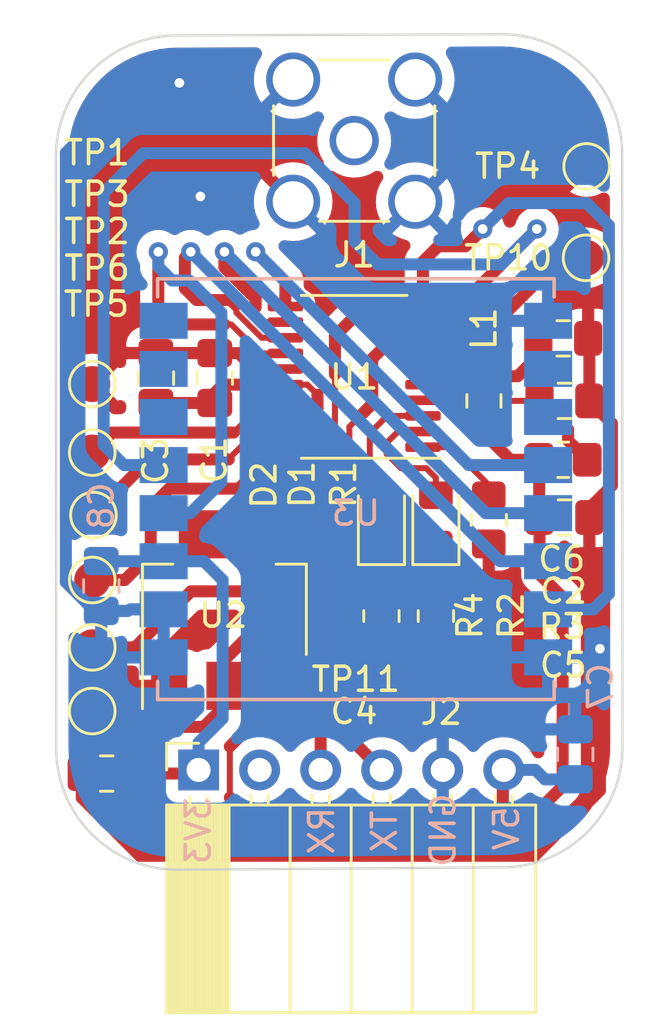
<source format=kicad_pcb>
(kicad_pcb (version 20211014) (generator pcbnew)
  (layers (0 "F.Cu" signal) (31 "B.Cu" signal) (34 "B.Paste" user) (35 "F.Paste" user) (36 "B.SilkS" user "B.Silkscreen") (37 "F.SilkS" user "F.Silkscreen") (38 "B.Mask" user) (39 "F.Mask" user) (44 "Edge.Cuts" user))
  (net 0 "")
  (net 1 "GND")
  (net 2 "5V")
  (net 3 "3V3")
  (net 4 "Net-(D1-Pad1)")
  (net 5 "RESET")
  (net 6 "LED_RED")
  (net 7 "Net-(D2-Pad1)")
  (net 8 "LED_BLUE")
  (net 10 "BOOT0")
  (net 11 "A0")
  (net 13 "UART_TX")
  (net 14 "UART_RX")
  (net 15 "LORA_NCS")
  (net 16 "LORA_SCK")
  (net 17 "LORA_CIPO")
  (net 18 "LORA_COPI")
  (net 19 "LORA_RST")
  (net 20 "SWDIO")
  (net 21 "SWCLK")
  (net 22 "I2C_SCL")
  (net 23 "I2C_SDA")
  (net 29 "/VDDA")
  (net 30 "LORA_INT")
  (footprint "Capacitor_SMD:C_0805_2012Metric_Pad1.18x1.45mm_HandSolder" (layer "F.Cu") (at 95.95 36.95 90)
    (fp_text reference "C3" (at -3.436 -0.0142 90) (layer "F.SilkS"))
    (fp_text value "C104")
    (fp_line (start -0.261252 -0.735) (end 0.261252 -0.735) (layer "F.SilkS") (width 0.12))
    (fp_line (start -0.261252 0.735) (end 0.261252 0.735) (layer "F.SilkS") (width 0.12))
    (pad "1" smd roundrect (at -1.0375 0 90) (size 1.175 1.45) (layers "F.Cu" "F.Paste" "F.Mask") (roundrect_rratio 0.2127659574) (net 3 "3V3"))
    (pad "2" smd roundrect (at 1.0375 0 90) (size 1.175 1.45) (layers "F.Cu" "F.Paste" "F.Mask") (roundrect_rratio 0.2127659574) (net 1 "GND"))
  )
  (footprint "Capacitor_SMD:C_0805_2012Metric_Pad1.18x1.45mm_HandSolder" (layer "F.Cu") (at 98.4 36.95 90)
    (fp_text reference "C1" (at -3.4106 -0.0258 90) (layer "F.SilkS"))
    (fp_text value "C104")
    (fp_line (start -0.261252 0.735) (end 0.261252 0.735) (layer "F.SilkS") (width 0.12))
    (fp_line (start -0.261252 -0.735) (end 0.261252 -0.735) (layer "F.SilkS") (width 0.12))
    (pad "1" smd roundrect (at -1.0375 0 90) (size 1.175 1.45) (layers "F.Cu" "F.Paste" "F.Mask") (roundrect_rratio 0.2127659574) (net 3 "3V3"))
    (pad "2" smd roundrect (at 1.0375 0 90) (size 1.175 1.45) (layers "F.Cu" "F.Paste" "F.Mask") (roundrect_rratio 0.2127659574) (net 1 "GND"))
  )
  (footprint "Package_TO_SOT_SMD:SOT-223-3_TabPin2" (layer "F.Cu") (at 98.8 46.6 90)
    (fp_text reference "U2" (at -0.2122 -0.0448 180) (layer "F.SilkS"))
    (fp_text value "AMS1117-3.3")
    (fp_line (start -1.85 3.41) (end 1.91 3.41) (layer "F.SilkS") (width 0.12))
    (fp_line (start -4.1 -3.41) (end 1.91 -3.41) (layer "F.SilkS") (width 0.12))
    (fp_line (start 1.91 3.41) (end 1.91 2.15) (layer "F.SilkS") (width 0.12))
    (fp_line (start 1.91 -3.41) (end 1.91 -2.15) (layer "F.SilkS") (width 0.12))
    (pad "1" smd rect (at -3.15 -2.3 90) (size 2 1.5) (layers "F.Cu" "F.Paste" "F.Mask") (net 1 "GND"))
    (pad "2" smd rect (at 3.15 0 90) (size 2 3.8) (layers "F.Cu" "F.Paste" "F.Mask") (net 3 "3V3"))
    (pad "2" smd rect (at -3.15 0 90) (size 2 1.5) (layers "F.Cu" "F.Paste" "F.Mask") (net 3 "3V3"))
    (pad "3" smd rect (at -3.15 2.3 90) (size 2 1.5) (layers "F.Cu" "F.Paste" "F.Mask") (net 2 "5V"))
  )
  (footprint "Connector_PinSocket_2.54mm:PinSocket_1x06_P2.54mm_Horizontal" (layer "F.Cu") (at 97.725 53.25 90)
    (fp_text reference "J2" (at 2.3992 10.098 180) (layer "F.SilkS"))
    (fp_text value "Conn_UART")
    (fp_line (start -1.46 4.72) (end -1.05 4.72) (layer "F.SilkS") (width 0.12))
    (fp_line (start -10.09 -0.50143) (end -1.46 -0.50143) (layer "F.SilkS") (width 0.12))
    (fp_line (start -10.09 8.89) (end -1.46 8.89) (layer "F.SilkS") (width 0.12))
    (fp_line (start -10.09 11.43) (end -1.46 11.43) (layer "F.SilkS") (width 0.12))
    (fp_line (start -1.46 7.98) (end -1.05 7.98) (layer "F.SilkS") (width 0.12))
    (fp_line (start -10.09 0.91571) (end -1.46 0.91571) (layer "F.SilkS") (width 0.12))
    (fp_line (start -10.09 -0.147145) (end -1.46 -0.147145) (layer "F.SilkS") (width 0.12))
    (fp_line (start -10.09 0.797615) (end -1.46 0.797615) (layer "F.SilkS") (width 0.12))
    (fp_line (start -10.09 -1.33) (end -1.46 -1.33) (layer "F.SilkS") (width 0.12))
    (fp_line (start -1.46 2.18) (end -1.05 2.18) (layer "F.SilkS") (width 0.12))
    (fp_line (start -10.09 0.44333) (end -1.46 0.44333) (layer "F.SilkS") (width 0.12))
    (fp_line (start -10.09 0.67952) (end -1.46 0.67952) (layer "F.SilkS") (width 0.12))
    (fp_line (start -1.46 0.36) (end -1.11 0.36) (layer "F.SilkS") (width 0.12))
    (fp_line (start -10.09 3.81) (end -1.46 3.81) (layer "F.SilkS") (width 0.12))
    (fp_line (start -1.46 9.8) (end -1.05 9.8) (layer "F.SilkS") (width 0.12))
    (fp_line (start -10.09 -0.383335) (end -1.46 -0.383335) (layer "F.SilkS") (width 0.12))
    (fp_line (start -10.09 -0.02905) (end -1.46 -0.02905) (layer "F.SilkS") (width 0.12))
    (fp_line (start -1.46 13.06) (end -1.05 13.06) (layer "F.SilkS") (width 0.12))
    (fp_line (start -10.09 -1.33) (end -10.09 14.03) (layer "F.SilkS") (width 0.12))
    (fp_line (start -10.09 1.27) (end -1.46 1.27) (layer "F.SilkS") (width 0.12))
    (fp_line (start -10.09 1.033805) (end -1.46 1.033805) (layer "F.SilkS") (width 0.12))
    (fp_line (start -10.09 0.325235) (end -1.46 0.325235) (layer "F.SilkS") (width 0.12))
    (fp_line (start -1.46 10.52) (end -1.05 10.52) (layer "F.SilkS") (width 0.12))
    (fp_line (start 0 -1.33) (end 1.11 -1.33) (layer "F.SilkS") (width 0.12))
    (fp_line (start -10.09 1.1519) (end -1.46 1.1519) (layer "F.SilkS") (width 0.12))
    (fp_line (start -10.09 -0.97381) (end -1.46 -0.97381) (layer "F.SilkS") (width 0.12))
    (fp_line (start -1.46 -1.33) (end -1.46 14.03) (layer "F.SilkS") (width 0.12))
    (fp_line (start -1.46 2.9) (end -1.05 2.9) (layer "F.SilkS") (width 0.12))
    (fp_line (start -1.46 -0.36) (end -1.11 -0.36) (layer "F.SilkS") (width 0.12))
    (fp_line (start -1.46 12.34) (end -1.05 12.34) (layer "F.SilkS") (width 0.12))
    (fp_line (start -10.09 14.03) (end -1.46 14.03) (layer "F.SilkS") (width 0.12))
    (fp_line (start 1.11 -1.33) (end 1.11 0) (layer "F.SilkS") (width 0.12))
    (fp_line (start -10.09 0.561425) (end -1.46 0.561425) (layer "F.SilkS") (width 0.12))
    (fp_line (start -10.09 -0.855715) (end -1.46 -0.855715) (layer "F.SilkS") (width 0.12))
    (fp_line (start -1.46 5.44) (end -1.05 5.44) (layer "F.SilkS") (width 0.12))
    (fp_line (start -10.09 -0.26524) (end -1.46 -0.26524) (layer "F.SilkS") (width 0.12))
    (fp_line (start -10.09 0.089045) (end -1.46 0.089045) (layer "F.SilkS") (width 0.12))
    (fp_line (start -10.09 -1.091905) (end -1.46 -1.091905) (layer "F.SilkS") (width 0.12))
    (fp_line (start -10.09 6.35) (end -1.46 6.35) (layer "F.SilkS") (width 0.12))
    (fp_line (start -10.09 0.20714) (end -1.46 0.20714) (layer "F.SilkS") (width 0.12))
    (fp_line (start -10.09 -0.73762) (end -1.46 -0.73762) (layer "F.SilkS") (width 0.12))
    (fp_line (start -1.46 7.26) (end -1.05 7.26) (layer "F.SilkS") (width 0.12))
    (fp_line (start -10.09 -1.21) (end -1.46 -1.21) (layer "F.SilkS") (width 0.12))
    (fp_line (start -10.09 -0.619525) (end -1.46 -0.619525) (layer "F.SilkS") (width 0.12))
    (pad "1" thru_hole rect (at 0 0 90) (size 1.7 1.7) (drill 1) (layers *.Cu *.Mask) (net 3 "3V3"))
    (pad "2" thru_hole oval (at 0 2.54 90) (size 1.7 1.7) (drill 1) (layers *.Cu *.Mask))
    (pad "3" thru_hole oval (at 0 5.08 90) (size 1.7 1.7) (drill 1) (layers *.Cu *.Mask) (net 14 "UART_RX"))
    (pad "4" thru_hole oval (at 0 7.62 90) (size 1.7 1.7) (drill 1) (layers *.Cu *.Mask) (net 13 "UART_TX"))
    (pad "5" thru_hole oval (at 0 10.16 90) (size 1.7 1.7) (drill 1) (layers *.Cu *.Mask) (net 1 "GND"))
    (pad "6" thru_hole oval (at 0 12.7 90) (size 1.7 1.7) (drill 1) (layers *.Cu *.Mask) (net 2 "5V"))
  )
  (footprint "Capacitor_SMD:C_0805_2012Metric_Pad1.18x1.45mm_HandSolder" (layer "F.Cu") (at 112.95 42.75)
    (fp_text reference "C5" (at -0.047 6.145) (layer "F.SilkS"))
    (fp_text value "2u2")
    (fp_line (start -0.261252 -0.735) (end 0.261252 -0.735) (layer "F.SilkS") (width 0.12))
    (fp_line (start -0.261252 0.735) (end 0.261252 0.735) (layer "F.SilkS") (width 0.12))
    (pad "1" smd roundrect (at -1.0375 0) (size 1.175 1.45) (layers "F.Cu" "F.Paste" "F.Mask") (roundrect_rratio 0.2127659574) (net 3 "3V3"))
    (pad "2" smd roundrect (at 1.0375 0) (size 1.175 1.45) (layers "F.Cu" "F.Paste" "F.Mask") (roundrect_rratio 0.2127659574) (net 1 "GND"))
  )
  (footprint "TestPoint:TestPoint_Pad_D1.5mm" (layer "F.Cu") (at 93.35 42.65)
    (fp_text reference "TP2" (at 0.152291 -11.793489) (layer "F.SilkS"))
    (fp_text value "TP_SDA")
    (fp_circle (center 0 0) (end 0 0.95) (layer "F.SilkS") (width 0.12) (fill none))
    (pad "1" smd circle (at 0 0) (size 1.5 1.5) (layers "F.Cu" "F.Mask") (net 23 "I2C_SDA"))
  )
  (footprint "LED_SMD:LED_0805_2012Metric_Pad1.15x1.40mm_HandSolder" (layer "F.Cu") (at 107.6 42.85 90)
    (fp_text reference "D1" (at 1.4734 -5.5682 90) (layer "F.SilkS"))
    (fp_text value "LED_RED")
    (fp_line (start 1 -0.96) (end -1.86 -0.96) (layer "F.SilkS") (width 0.12))
    (fp_line (start -1.86 -0.96) (end -1.86 0.96) (layer "F.SilkS") (width 0.12))
    (fp_line (start -1.86 0.96) (end 1 0.96) (layer "F.SilkS") (width 0.12))
    (pad "1" smd roundrect (at -1.025 0 90) (size 1.15 1.4) (layers "F.Cu" "F.Paste" "F.Mask") (roundrect_rratio 0.2173913043) (net 4 "Net-(D1-Pad1)"))
    (pad "2" smd roundrect (at 1.025 0 90) (size 1.15 1.4) (layers "F.Cu" "F.Paste" "F.Mask") (roundrect_rratio 0.2173913043) (net 6 "LED_RED"))
  )
  (footprint "Capacitor_SMD:C_0805_2012Metric_Pad1.18x1.45mm_HandSolder" (layer "F.Cu") (at 112.95 37.9)
    (fp_text reference "C2" (at -0.042624 7.911826) (layer "F.SilkS"))
    (fp_text value "C104")
    (fp_line (start -0.261252 0.735) (end 0.261252 0.735) (layer "F.SilkS") (width 0.12))
    (fp_line (start -0.261252 -0.735) (end 0.261252 -0.735) (layer "F.SilkS") (width 0.12))
    (pad "1" smd roundrect (at -1.0375 0) (size 1.175 1.45) (layers "F.Cu" "F.Paste" "F.Mask") (roundrect_rratio 0.2127659574) (net 5 "RESET"))
    (pad "2" smd roundrect (at 1.0375 0) (size 1.175 1.45) (layers "F.Cu" "F.Paste" "F.Mask") (roundrect_rratio 0.2127659574) (net 1 "GND"))
  )
  (footprint "Capacitor_SMD:C_0805_2012Metric_Pad1.18x1.45mm_HandSolder" (layer "F.Cu") (at 112.9 35.3)
    (fp_text reference "C6" (at -0.065024 9.186074) (layer "F.SilkS"))
    (fp_text value "2u2")
    (fp_line (start -0.261252 -0.735) (end 0.261252 -0.735) (layer "F.SilkS") (width 0.12))
    (fp_line (start -0.261252 0.735) (end 0.261252 0.735) (layer "F.SilkS") (width 0.12))
    (pad "1" smd roundrect (at -1.0375 0) (size 1.175 1.45) (layers "F.Cu" "F.Paste" "F.Mask") (roundrect_rratio 0.2127659574) (net 29 "/VDDA"))
    (pad "2" smd roundrect (at 1.0375 0) (size 1.175 1.45) (layers "F.Cu" "F.Paste" "F.Mask") (roundrect_rratio 0.2127659574) (net 1 "GND"))
  )
  (footprint "Package_SO:TSSOP-20_4.4x6.5mm_P0.65mm" (layer "F.Cu") (at 104.2 36.9 180)
    (fp_text reference "U1" (at 0 -0.0062) (layer "F.SilkS"))
    (fp_text value "STM32F030F4Px")
    (fp_line (start 0 3.385) (end -2.2 3.385) (layer "F.SilkS") (width 0.12))
    (fp_line (start 0 -3.385) (end 2.2 -3.385) (layer "F.SilkS") (width 0.12))
    (fp_line (start 0 -3.385) (end -3.6 -3.385) (layer "F.SilkS") (width 0.12))
    (fp_line (start 0 3.385) (end 2.2 3.385) (layer "F.SilkS") (width 0.12))
    (pad "1" smd roundrect (at -2.8625 -2.925 180) (size 1.475 0.4) (layers "F.Cu" "F.Paste" "F.Mask") (net 10 "BOOT0"))
    (pad "2" smd roundrect (at -2.8625 -2.275 180) (size 1.475 0.4) (layers "F.Cu" "F.Paste" "F.Mask") (net 6 "LED_RED"))
    (pad "3" smd roundrect (at -2.8625 -1.625 180) (size 1.475 0.4) (layers "F.Cu" "F.Paste" "F.Mask") (net 8 "LED_BLUE"))
    (pad "4" smd roundrect (at -2.8625 -0.975 180) (size 1.475 0.4) (layers "F.Cu" "F.Paste" "F.Mask") (net 5 "RESET"))
    (pad "5" smd roundrect (at -2.8625 -0.325 180) (size 1.475 0.4) (layers "F.Cu" "F.Paste" "F.Mask") (net 29 "/VDDA"))
    (pad "6" smd roundrect (at -2.8625 0.325 180) (size 1.475 0.4) (layers "F.Cu" "F.Paste" "F.Mask") (net 11 "A0"))
    (pad "7" smd roundrect (at -2.8625 0.975 180) (size 1.475 0.4) (layers "F.Cu" "F.Paste" "F.Mask") (net 30 "LORA_INT"))
    (pad "8" smd roundrect (at -2.8625 1.625 180) (size 1.475 0.4) (layers "F.Cu" "F.Paste" "F.Mask") (net 13 "UART_TX"))
    (pad "9" smd roundrect (at -2.8625 2.275 180) (size 1.475 0.4) (layers "F.Cu" "F.Paste" "F.Mask") (net 14 "UART_RX"))
    (pad "10" smd roundrect (at -2.8625 2.925 180) (size 1.475 0.4) (layers "F.Cu" "F.Paste" "F.Mask") (net 15 "LORA_NCS"))
    (pad "11" smd roundrect (at 2.8625 2.925 180) (size 1.475 0.4) (layers "F.Cu" "F.Paste" "F.Mask") (net 16 "LORA_SCK"))
    (pad "12" smd roundrect (at 2.8625 2.275 180) (size 1.475 0.4) (layers "F.Cu" "F.Paste" "F.Mask") (net 17 "LORA_CIPO"))
    (pad "13" smd roundrect (at 2.8625 1.625 180) (size 1.475 0.4) (layers "F.Cu" "F.Paste" "F.Mask") (net 18 "LORA_COPI"))
    (pad "14" smd roundrect (at 2.8625 0.975 180) (size 1.475 0.4) (layers "F.Cu" "F.Paste" "F.Mask") (net 19 "LORA_RST"))
    (pad "15" smd roundrect (at 2.8625 0.325 180) (size 1.475 0.4) (layers "F.Cu" "F.Paste" "F.Mask") (net 1 "GND"))
    (pad "16" smd roundrect (at 2.8625 -0.325 180) (size 1.475 0.4) (layers "F.Cu" "F.Paste" "F.Mask") (net 3 "3V3"))
    (pad "17" smd roundrect (at 2.8625 -0.975 180) (size 1.475 0.4) (layers "F.Cu" "F.Paste" "F.Mask") (net 22 "I2C_SCL"))
    (pad "18" smd roundrect (at 2.8625 -1.625 180) (size 1.475 0.4) (layers "F.Cu" "F.Paste" "F.Mask") (net 23 "I2C_SDA"))
    (pad "19" smd roundrect (at 2.8625 -2.275 180) (size 1.475 0.4) (layers "F.Cu" "F.Paste" "F.Mask") (net 20 "SWDIO"))
    (pad "20" smd roundrect (at 2.8625 -2.925 180) (size 1.475 0.4) (layers "F.Cu" "F.Paste" "F.Mask") (net 21 "SWCLK"))
  )
  (footprint "TestPoint:TestPoint_Pad_D1.5mm" (layer "F.Cu") (at 93.3 50.8)
    (fp_text reference "TP11" (at 10.967 -1.3208) (layer "F.SilkS"))
    (fp_text value "TestPoint")
    (fp_circle (center 0 0) (end 0 0.95) (layer "F.SilkS") (width 0.12) (fill none))
    (pad "1" smd circle (at 0 0) (size 1.5 1.5) (layers "F.Cu" "F.Mask") (net 1 "GND"))
  )
  (footprint "TestPoint:TestPoint_Pad_D1.5mm" (layer "F.Cu") (at 93.3 45.35)
    (fp_text reference "TP6" (at 0.202291 -12.969489) (layer "F.SilkS"))
    (fp_text value "TP_SWDIO")
    (fp_circle (center 0 0) (end 0 0.95) (layer "F.SilkS") (width 0.12) (fill none))
    (pad "1" smd circle (at 0 0) (size 1.5 1.5) (layers "F.Cu" "F.Mask") (net 20 "SWDIO"))
  )
  (footprint "Connector_Coaxial:SMA_Amphenol_901-144_Vertical" (layer "F.Cu") (at 104.2 27.075 180)
    (fp_text reference "J1" (at 0 -4.75) (layer "F.SilkS"))
    (fp_text value "Conn_SMA")
    (fp_line (start -1.45 -3.355) (end 1.45 -3.355) (layer "F.SilkS") (width 0.12))
    (fp_line (start -1.45 3.355) (end 1.45 3.355) (layer "F.SilkS") (width 0.12))
    (fp_line (start -3.355 -1.45) (end -3.355 1.45) (layer "F.SilkS") (width 0.12))
    (fp_line (start 3.355 -1.45) (end 3.355 1.45) (layer "F.SilkS") (width 0.12))
    (pad "1" thru_hole circle (at 0 0 180) (size 2.05 2.05) (drill 1.5) (layers *.Cu *.Mask))
    (pad "2" thru_hole circle (at -2.54 2.54 180) (size 2.25 2.25) (drill 1.7) (layers *.Cu *.Mask) (net 1 "GND"))
    (pad "2" thru_hole circle (at 2.54 -2.54 180) (size 2.25 2.25) (drill 1.7) (layers *.Cu *.Mask) (net 1 "GND"))
    (pad "2" thru_hole circle (at -2.54 -2.54 180) (size 2.25 2.25) (drill 1.7) (layers *.Cu *.Mask) (net 1 "GND"))
    (pad "2" thru_hole circle (at 2.54 2.54 180) (size 2.25 2.25) (drill 1.7) (layers *.Cu *.Mask) (net 1 "GND"))
  )
  (footprint "TestPoint:TestPoint_Pad_D1.5mm" (layer "F.Cu") (at 113.875 28.15)
    (fp_text reference "TP4" (at -3.2834 -0.0068) (layer "F.SilkS"))
    (fp_text value "TestPoint")
    (fp_circle (center 0 0) (end 0 0.95) (layer "F.SilkS") (width 0.12) (fill none))
    (pad "1" smd circle (at 0 0) (size 1.5 1.5) (layers "F.Cu" "F.Mask") (net 1 "GND"))
  )
  (footprint "TestPoint:TestPoint_Pad_D1.5mm" (layer "F.Cu") (at 93.3 37.2)
    (fp_text reference "TP1" (at 0.202291 -9.620089) (layer "F.SilkS"))
    (fp_text value "TestPoint")
    (fp_circle (center 0 0) (end 0 0.95) (layer "F.SilkS") (width 0.12) (fill none))
    (pad "1" smd circle (at 0 0) (size 1.5 1.5) (layers "F.Cu" "F.Mask") (net 1 "GND"))
  )
  (footprint "Resistor_SMD:R_0805_2012Metric_Pad1.20x1.40mm_HandSolder" (layer "F.Cu") (at 109.8 42.85 -90)
    (fp_text reference "R1" (at -1.4734 6.041 90) (layer "F.SilkS"))
    (fp_text value "10k")
    (fp_line (start -0.227064 0.735) (end 0.227064 0.735) (layer "F.SilkS") (width 0.12))
    (fp_line (start -0.227064 -0.735) (end 0.227064 -0.735) (layer "F.SilkS") (width 0.12))
    (pad "1" smd roundrect (at -1 0 270) (size 1.2 1.4) (layers "F.Cu" "F.Paste" "F.Mask") (roundrect_rratio 0.2083333333) (net 10 "BOOT0"))
    (pad "2" smd roundrect (at 1 0 270) (size 1.2 1.4) (layers "F.Cu" "F.Paste" "F.Mask") (roundrect_rratio 0.2083333333) (net 1 "GND"))
  )
  (footprint "Resistor_SMD:R_0805_2012Metric_Pad1.20x1.40mm_HandSolder" (layer "F.Cu") (at 112.9 40.35)
    (fp_text reference "R3" (at -0.042624 6.942744) (layer "F.SilkS"))
    (fp_text value "10k")
    (fp_line (start -0.227064 0.735) (end 0.227064 0.735) (layer "F.SilkS") (width 0.12))
    (fp_line (start -0.227064 -0.735) (end 0.227064 -0.735) (layer "F.SilkS") (width 0.12))
    (pad "1" smd roundrect (at -1 0) (size 1.2 1.4) (layers "F.Cu" "F.Paste" "F.Mask") (roundrect_rratio 0.2083333333) (net 3 "3V3"))
    (pad "2" smd roundrect (at 1 0) (size 1.2 1.4) (layers "F.Cu" "F.Paste" "F.Mask") (roundrect_rratio 0.2083333333) (net 5 "RESET"))
  )
  (footprint "Inductor_SMD:L_0805_2012Metric_Pad1.15x1.40mm_HandSolder" (layer "F.Cu") (at 109.6 37.9 90)
    (fp_text reference "L1" (at 3.0004 0.001 90) (layer "F.SilkS"))
    (fp_text value "L_Small")
    (fp_line (start -0.261252 0.71) (end 0.261252 0.71) (layer "F.SilkS") (width 0.12))
    (fp_line (start -0.261252 -0.71) (end 0.261252 -0.71) (layer "F.SilkS") (width 0.12))
    (pad "1" smd roundrect (at -1.025 0 90) (size 1.15 1.4) (layers "F.Cu" "F.Paste" "F.Mask") (roundrect_rratio 0.2173913043) (net 3 "3V3"))
    (pad "2" smd roundrect (at 1.025 0 90) (size 1.15 1.4) (layers "F.Cu" "F.Paste" "F.Mask") (roundrect_rratio 0.2173913043) (net 29 "/VDDA"))
  )
  (footprint "Resistor_SMD:R_0805_2012Metric_Pad1.20x1.40mm_HandSolder" (layer "F.Cu") (at 105.3338 46.85 -90)
    (fp_text reference "R4" (at -0.0124 -3.683537 90) (layer "F.SilkS"))
    (fp_text value "1K")
    (fp_line (start -0.227064 0.735) (end 0.227064 0.735) (layer "F.SilkS") (width 0.12))
    (fp_line (start -0.227064 -0.735) (end 0.227064 -0.735) (layer "F.SilkS") (width 0.12))
    (pad "1" smd roundrect (at -1 0 270) (size 1.2 1.4) (layers "F.Cu" "F.Paste" "F.Mask") (roundrect_rratio 0.2083333333) (net 7 "Net-(D2-Pad1)"))
    (pad "2" smd roundrect (at 1 0 270) (size 1.2 1.4) (layers "F.Cu" "F.Paste" "F.Mask") (roundrect_rratio 0.2083333333) (net 1 "GND"))
  )
  (footprint "LED_SMD:LED_0805_2012Metric_Pad1.15x1.40mm_HandSolder" (layer "F.Cu") (at 105.3338 42.85 90)
    (fp_text reference "D2" (at 1.448 -4.889 90) (layer "F.SilkS"))
    (fp_text value "LED_BLUE")
    (fp_line (start -1.86 0.96) (end 1 0.96) (layer "F.SilkS") (width 0.12))
    (fp_line (start -1.86 -0.96) (end -1.86 0.96) (layer "F.SilkS") (width 0.12))
    (fp_line (start 1 -0.96) (end -1.86 -0.96) (layer "F.SilkS") (width 0.12))
    (pad "1" smd roundrect (at -1.025 0 90) (size 1.15 1.4) (layers "F.Cu" "F.Paste" "F.Mask") (roundrect_rratio 0.2173913043) (net 7 "Net-(D2-Pad1)"))
    (pad "2" smd roundrect (at 1.025 0 90) (size 1.15 1.4) (layers "F.Cu" "F.Paste" "F.Mask") (roundrect_rratio 0.2173913043) (net 8 "LED_BLUE"))
  )
  (footprint "TestPoint:TestPoint_Pad_D1.5mm" (layer "F.Cu") (at 93.3 48.15)
    (fp_text reference "TP5" (at 0.176891 -14.270889) (layer "F.SilkS"))
    (fp_text value "TP_SWCLK")
    (fp_circle (center 0 0) (end 0 0.95) (layer "F.SilkS") (width 0.12) (fill none))
    (pad "1" smd circle (at 0 0) (size 1.5 1.5) (layers "F.Cu" "F.Mask") (net 21 "SWCLK"))
  )
  (footprint "TestPoint:TestPoint_Pad_D1.5mm" (layer "F.Cu") (at 113.85 31.95)
    (fp_text reference "TP10" (at -3.233 0.0032) (layer "F.SilkS"))
    (fp_text value "TestPoint")
    (fp_circle (center 0 0) (end 0 0.95) (layer "F.SilkS") (width 0.12) (fill none))
    (pad "1" smd circle (at 0 0) (size 1.5 1.5) (layers "F.Cu" "F.Mask") (net 11 "A0"))
  )
  (footprint "Resistor_SMD:R_0805_2012Metric_Pad1.20x1.40mm_HandSolder" (layer "F.Cu") (at 107.6 46.85 -90)
    (fp_text reference "R2" (at -0.0124 -3.131337 90) (layer "F.SilkS"))
    (fp_text value "1K")
    (fp_line (start -0.227064 0.735) (end 0.227064 0.735) (layer "F.SilkS") (width 0.12))
    (fp_line (start -0.227064 -0.735) (end 0.227064 -0.735) (layer "F.SilkS") (width 0.12))
    (pad "1" smd roundrect (at -1 0 270) (size 1.2 1.4) (layers "F.Cu" "F.Paste" "F.Mask") (roundrect_rratio 0.2083333333) (net 4 "Net-(D1-Pad1)"))
    (pad "2" smd roundrect (at 1 0 270) (size 1.2 1.4) (layers "F.Cu" "F.Paste" "F.Mask") (roundrect_rratio 0.2083333333) (net 1 "GND"))
  )
  (footprint "TestPoint:TestPoint_Pad_D1.5mm" (layer "F.Cu") (at 93.3 40.05)
    (fp_text reference "TP3" (at 0.202291 -10.742889) (layer "F.SilkS"))
    (fp_text value "TP_SCL")
    (fp_circle (center 0 0) (end 0 0.95) (layer "F.SilkS") (width 0.12) (fill none))
    (pad "1" smd circle (at 0 0) (size 1.5 1.5) (layers "F.Cu" "F.Mask") (net 22 "I2C_SCL"))
  )
  (footprint "Capacitor_SMD:C_0805_2012Metric_Pad1.18x1.45mm_HandSolder" (layer "F.Cu") (at 93.9 53.4 180)
    (fp_text reference "C4" (at -10.2908 2.5746) (layer "F.SilkS"))
    (fp_text value "10u")
    (fp_line (start -0.261252 -0.735) (end 0.261252 -0.735) (layer "F.SilkS") (width 0.12))
    (fp_line (start -0.261252 0.735) (end 0.261252 0.735) (layer "F.SilkS") (width 0.12))
    (pad "1" smd roundrect (at -1.0375 0 180) (size 1.175 1.45) (layers "F.Cu" "F.Paste" "F.Mask") (roundrect_rratio 0.2127659574) (net 3 "3V3"))
    (pad "2" smd roundrect (at 1.0375 0 180) (size 1.175 1.45) (layers "F.Cu" "F.Paste" "F.Mask") (roundrect_rratio 0.2127659574) (net 1 "GND"))
  )
  (footprint "Capacitor_SMD:C_0805_2012Metric_Pad1.18x1.45mm_HandSolder" (layer "B.Cu") (at 113.4 52.6 90)
    (fp_text reference "C7" (at 2.816 1.0524 270) (layer "B.SilkS") (effects (justify mirror)))
    (fp_text value "10u")
    (fp_line (start -0.261252 0.735) (end 0.261252 0.735) (layer "B.SilkS") (width 0.12))
    (fp_line (start -0.261252 -0.735) (end 0.261252 -0.735) (layer "B.SilkS") (width 0.12))
    (pad "1" smd roundrect (at -1.0375 0 90) (size 1.175 1.45) (layers "B.Cu" "B.Paste" "B.Mask") (roundrect_rratio 0.2127659574) (net 2 "5V"))
    (pad "2" smd roundrect (at 1.0375 0 90) (size 1.175 1.45) (layers "B.Cu" "B.Paste" "B.Mask") (roundrect_rratio 0.2127659574) (net 1 "GND"))
  )
  (footprint "Capacitor_SMD:C_0805_2012Metric_Pad1.18x1.45mm_HandSolder" (layer "B.Cu") (at 93.675 45.6 -90)
    (fp_text reference "C8" (at -3.3344 -0.0002 90) (layer "B.SilkS") (effects (justify mirror)))
    (fp_text value "10u")
    (fp_line (start -0.261252 0.735) (end 0.261252 0.735) (layer "B.SilkS") (width 0.12))
    (fp_line (start -0.261252 -0.735) (end 0.261252 -0.735) (layer "B.SilkS") (width 0.12))
    (pad "1" smd roundrect (at -1.0375 0 270) (size 1.175 1.45) (layers "B.Cu" "B.Paste" "B.Mask") (roundrect_rratio 0.2127659574) (net 3 "3V3"))
    (pad "2" smd roundrect (at 1.0375 0 270) (size 1.175 1.45) (layers "B.Cu" "B.Paste" "B.Mask") (roundrect_rratio 0.2127659574) (net 1 "GND"))
  )
  (footprint "RF_Module:Ai-Thinker-Ra-01-LoRa" (layer "B.Cu") (at 104.27 41.57)
    (fp_text reference "U3" (at 0 1) (layer "B.SilkS") (effects (justify mirror)))
    (fp_text value "Ai-Thinker-Ra-02")
    (fp_line (start -8.25 8) (end -8.25 8.75) (layer "B.SilkS") (width 0.15))
    (fp_line (start -8.25 -8) (end -8.25 -8.75) (layer "B.SilkS") (width 0.15))
    (fp_line (start -8.25 8.75) (end 8.25 8.75) (layer "B.SilkS") (width 0.15))
    (fp_line (start 8.25 8.75) (end 8.25 8) (layer "B.SilkS") (width 0.15))
    (fp_line (start 8.25 -8.75) (end 8.25 -8) (layer "B.SilkS") (width 0.15))
    (fp_line (start -8.25 -8.75) (end 8.25 -8.75) (layer "B.SilkS") (width 0.15))
    (pad "1" smd rect (at -8 7) (size 2 1.5) (layers "B.Cu" "B.Paste" "B.Mask") (net 1 "GND"))
    (pad "2" smd rect (at -8 5) (size 2 1.5) (layers "B.Cu" "B.Paste" "B.Mask") (net 1 "GND"))
    (pad "3" smd rect (at -8 3) (size 2 1.5) (layers "B.Cu" "B.Paste" "B.Mask") (net 3 "3V3"))
    (pad "4" smd rect (at -8 1) (size 2 1.5) (layers "B.Cu" "B.Paste" "B.Mask") (net 19 "LORA_RST"))
    (pad "5" smd rect (at -8 -1) (size 2 1.5) (layers "B.Cu" "B.Paste" "B.Mask") (net 30 "LORA_INT"))
    (pad "6" smd rect (at -8 -3) (size 2 1.5) (layers "B.Cu" "B.Paste" "B.Mask"))
    (pad "7" smd rect (at -8 -5) (size 2 1.5) (layers "B.Cu" "B.Paste" "B.Mask"))
    (pad "8" smd rect (at -8 -7) (size 2 1.5) (layers "B.Cu" "B.Paste" "B.Mask"))
    (pad "9" smd rect (at 8 -7) (size 2 1.5) (layers "B.Cu" "B.Paste" "B.Mask") (net 1 "GND"))
    (pad "10" smd rect (at 8 -5) (size 2 1.5) (layers "B.Cu" "B.Paste" "B.Mask"))
    (pad "11" smd rect (at 8 -3) (size 2 1.5) (layers "B.Cu" "B.Paste" "B.Mask"))
    (pad "12" smd rect (at 8 -1) (size 2 1.5) (layers "B.Cu" "B.Paste" "B.Mask") (net 16 "LORA_SCK"))
    (pad "13" smd rect (at 8 1) (size 2 1.5) (layers "B.Cu" "B.Paste" "B.Mask") (net 17 "LORA_CIPO"))
    (pad "14" smd rect (at 8 3) (size 2 1.5) (layers "B.Cu" "B.Paste" "B.Mask") (net 18 "LORA_COPI"))
    (pad "15" smd rect (at 8 5) (size 2 1.5) (layers "B.Cu" "B.Paste" "B.Mask") (net 15 "LORA_NCS"))
    (pad "16" smd rect (at 8 7) (size 2 1.5) (layers "B.Cu" "B.Paste" "B.Mask") (net 1 "GND"))
  )
  (gr_arc (start 110.35 22.65) (mid 113.885534 24.114466) (end 115.35 27.65) (layer "Edge.Cuts") (width 0.1))
  (gr_arc (start 115.364466 52.3) (mid 113.9 55.835534) (end 110.364466 57.3) (layer "Edge.Cuts") (width 0.1))
  (gr_line (start 110.364466 57.3) (end 96.900584 57.4) (layer "Edge.Cuts") (width 0.1))
  (gr_line (start 91.800584 52.35) (end 91.786118 27.7) (layer "Edge.Cuts") (width 0.1))
  (gr_arc (start 96.900584 57.4) (mid 93.297325 55.938687) (end 91.800584 52.35) (layer "Edge.Cuts") (width 0.1))
  (gr_arc (start 91.786118 27.7) (mid 93.300839 24.144238) (end 96.886118 22.7) (layer "Edge.Cuts") (width 0.1))
  (gr_line (start 115.35 27.65) (end 115.364466 52.3) (layer "Edge.Cuts") (width 0.1))
  (gr_line (start 96.886118 22.7) (end 110.35 22.65) (layer "Edge.Cuts") (width 0.1))
  (gr_text "5V" (at 110.5408 55.6768 90) (layer "B.SilkS") (effects (font (size 1 1)) (justify mirror)))
  (gr_text "TX" (at 105.4608 55.8038 90) (layer "B.SilkS") (effects (font (size 1 1)) (justify mirror)))
  (gr_text "GND" (at 107.8992 55.753 90) (layer "B.SilkS") (effects (font (size 1 1)) (justify mirror)))
  (gr_text "RX" (at 102.8446 55.7784 90) (layer "B.SilkS") (effects (font (size 1 1)) (justify mirror)))
  (gr_text "3V3" (at 97.7138 55.7784 90) (layer "B.SilkS") (effects (font (size 1 1)) (justify mirror)))
  (segment (start 92.8625 52.1625) (end 93.3 51.725) (width 0.5) (layer "F.Cu") (net 1))
  (segment (start 95.2754 56.8198) (end 111.7092 56.8198) (width 0.5) (layer "F.Cu") (net 1))
  (segment (start 92.8625 53.4) (end 92.8625 54.4069) (width 0.5) (layer "F.Cu") (net 1))
  (segment (start 92.8625 54.4069) (end 95.2754 56.8198) (width 0.5) (layer "F.Cu") (net 1))
  (segment (start 93.3 51.725) (end 93.3 50.8) (width 0.5) (layer "F.Cu") (net 1))
  (segment (start 100.0496 36.575) (end 99.8982 36.4236) (width 0.25) (layer "F.Cu") (net 1))
  (segment (start 111.7092 56.8198) (end 114.427 54.102) (width 0.5) (layer "F.Cu") (net 1))
  (segment (start 114.427 54.102) (end 114.427 48.2092) (width 0.5) (layer "F.Cu") (net 1))
  (segment (start 99.3871 35.9125) (end 98.4 35.9125) (width 0.5) (layer "F.Cu") (net 1))
  (segment (start 114.925 41.425) (end 114.925 38.8375) (width 0.5) (layer "F.Cu") (net 1))
  (segment (start 113.9875 37.9) (end 113.9875 35.35) (width 0.5) (layer "F.Cu") (net 1))
  (segment (start 92.8625 53.4) (end 92.8625 52.1625) (width 0.5) (layer "F.Cu") (net 1))
  (segment (start 113.9875 42.75) (end 113.9875 42.3625) (width 0.25) (layer "F.Cu") (net 1))
  (segment (start 113.9875 35.35) (end 113.9375 35.3) (width 0.25) (layer "F.Cu") (net 1))
  (segment (start 101.3375 36.575) (end 100.0496 36.575) (width 0.25) (layer "F.Cu") (net 1))
  (segment (start 114.925 38.8375) (end 113.9875 37.9) (width 0.5) (layer "F.Cu") (net 1))
  (segment (start 99.8982 36.4236) (end 99.3871 35.9125) (width 0.5) (layer "F.Cu") (net 1))
  (segment (start 113.9875 42.3625) (end 114.925 41.425) (width 0.5) (layer "F.Cu") (net 1))
  (via (at 97.8 29.4) (size 0.8) (drill 0.4) (layers "F.Cu" "B.Cu") (net 1))
  (via (at 96.925 24.675) (size 0.8) (drill 0.4) (layers "F.Cu" "B.Cu") (net 1))
  (via (at 114.427 48.2092) (size 0.8) (drill 0.4) (layers "F.Cu" "B.Cu") (net 1))
  (segment (start 95.1114 24.675) (end 96.925 24.675) (width 0.5) (layer "B.Cu") (net 1))
  (segment (start 92.202 27.5844) (end 95.1114 24.675) (width 0.5) (layer "B.Cu") (net 1))
  (segment (start 93.675 46.6375) (end 93.3989 46.6375) (width 0.25) (layer "B.Cu") (net 1))
  (segment (start 92.202 45.4406) (end 92.202 27.5844) (width 0.5) (layer "B.Cu") (net 1))
  (segment (start 93.3989 46.6375) (end 92.202 45.4406) (width 0.5) (layer "B.Cu") (net 1))
  (segment (start 99.025 52.275) (end 99.025 54.4) (width 0.25) (layer "F.Cu") (net 2))
  (segment (start 110.0262 55.15) (end 99.775 55.15) (width 0.5) (layer "F.Cu") (net 2))
  (segment (start 101.1 50.2) (end 99.025 52.275) (width 0.5) (layer "F.Cu") (net 2))
  (segment (start 110.3884 54.7878) (end 110.3884 53.2866) (width 0.5) (layer "F.Cu") (net 2))
  (segment (start 110.3884 53.2866) (end 110.425 53.25) (width 0.25) (layer "F.Cu") (net 2))
  (segment (start 101.1 49.75) (end 101.1 50.2) (width 0.25) (layer "F.Cu") (net 2))
  (segment (start 110.3884 54.7878) (end 110.0262 55.15) (width 0.5) (layer "F.Cu") (net 2))
  (segment (start 99.775 55.15) (end 99.025 54.4) (width 0.5) (layer "F.Cu") (net 2))
  (segment (start 111.7462 53.25) (end 110.425 53.25) (width 0.5) (layer "B.Cu") (net 2))
  (segment (start 113.4 53.6375) (end 113.3927 53.6448) (width 0.5) (layer "B.Cu") (net 2))
  (segment (start 112.141 53.6448) (end 111.7462 53.25) (width 0.5) (layer "B.Cu") (net 2))
  (segment (start 113.3927 53.6448) (end 112.141 53.6448) (width 0.5) (layer "B.Cu") (net 2))
  (segment (start 95.95 37.9875) (end 98.4 37.9875) (width 0.5) (layer "F.Cu") (net 3))
  (segment (start 102.249 37.225) (end 102.6668 37.6428) (width 0.25) (layer "F.Cu") (net 3))
  (segment (start 111.9125 45.1125) (end 111.9125 42.75) (width 0.5) (layer "F.Cu") (net 3))
  (segment (start 102.675 37.651) (end 102.675 44.8) (width 0.5) (layer "F.Cu") (net 3))
  (segment (start 112.875 46.075) (end 111.9125 45.1125) (width 0.5) (layer "F.Cu") (net 3))
  (segment (start 97.575 53.4) (end 97.725 53.25) (width 0.5) (layer "F.Cu") (net 3))
  (segment (start 110.8964 55.9054) (end 112.875 53.9268) (width 0.5) (layer "F.Cu") (net 3))
  (segment (start 98.8 48.675) (end 98.8 49.75) (width 0.25) (layer "F.Cu") (net 3))
  (segment (start 109.6 39.25) (end 110.7 40.35) (width 0.5) (layer "F.Cu") (net 3))
  (segment (start 98.8 50.6) (end 97.9396 51.4604) (width 0.5) (layer "F.Cu") (net 3))
  (segment (start 97.9396 51.4604) (end 95.504 51.4604) (width 0.5) (layer "F.Cu") (net 3))
  (segment (start 110.7 40.35) (end 111.9 40.35) (width 0.5) (layer "F.Cu") (net 3))
  (segment (start 102.6668 37.6428) (end 102.675 37.651) (width 0.5) (layer "F.Cu") (net 3))
  (segment (start 98.8 49.75) (end 98.8 50.6) (width 0.5) (layer "F.Cu") (net 3))
  (segment (start 94.9375 53.4) (end 97.575 53.4) (width 0.5) (layer "F.Cu") (net 3))
  (segment (start 98.4 37.9875) (end 98.4 37.5662) (width 0.5) (layer "F.Cu") (net 3))
  (segment (start 98.7412 37.225) (end 99.95 37.225) (width 0.5) (layer "F.Cu") (net 3))
  (segment (start 102.675 44.8) (end 98.8 48.675) (width 0.5) (layer "F.Cu") (net 3))
  (segment (start 98.4 37.5662) (end 98.7412 37.225) (width 0.5) (layer "F.Cu") (net 3))
  (segment (start 111.9 40.35) (end 111.9 42.7375) (width 0.5) (layer "F.Cu") (net 3))
  (segment (start 111.9 42.7375) (end 111.9125 42.75) (width 0.5) (layer "F.Cu") (net 3))
  (segment (start 95.7834 55.9054) (end 110.8964 55.9054) (width 0.5) (layer "F.Cu") (net 3))
  (segment (start 94.9375 52.0269) (end 94.9375 53.4) (width 0.5) (layer "F.Cu") (net 3))
  (segment (start 109.6 38.925) (end 109.6 39.25) (width 0.5) (layer "F.Cu") (net 3))
  (segment (start 95.504 51.4604) (end 94.9375 52.0269) (width 0.5) (layer "F.Cu") (net 3))
  (segment (start 94.9375 53.4) (end 94.9375 55.0595) (width 0.5) (layer "F.Cu") (net 3))
  (segment (start 94.9375 55.0595) (end 95.7834 55.9054) (width 0.5) (layer "F.Cu") (net 3))
  (segment (start 101.3375 37.225) (end 99.95 37.225) (width 0.25) (layer "F.Cu") (net 3))
  (segment (start 112.875 53.9268) (end 112.875 46.075) (width 0.5) (layer "F.Cu") (net 3))
  (segment (start 101.3375 37.225) (end 102.249 37.225) (width 0.25) (layer "F.Cu") (net 3))
  (segment (start 97.725 52.1096) (end 97.725 53.25) (width 0.5) (layer "B.Cu") (net 3))
  (segment (start 93.6825 44.57) (end 96.27 44.57) (width 0.5) (layer "B.Cu") (net 3))
  (segment (start 97.945 44.57) (end 98.725 45.35) (width 0.5) (layer "B.Cu") (net 3))
  (segment (start 98.725 51.1096) (end 97.725 52.1096) (width 0.5) (layer "B.Cu") (net 3))
  (segment (start 98.725 45.35) (end 98.725 51.1096) (width 0.5) (layer "B.Cu") (net 3))
  (segment (start 96.27 44.57) (end 97.945 44.57) (width 0.5) (layer "B.Cu") (net 3))
  (segment (start 107.6 43.875) (end 107.6 45.85) (width 0.5) (layer "F.Cu") (net 4))
  (segment (start 113.1 39.0875) (end 111.9125 37.9) (width 0.5) (layer "F.Cu") (net 5))
  (segment (start 113.9 40.35) (end 113.1 39.55) (width 0.5) (layer "F.Cu") (net 5))
  (segment (start 110.071072 37.9) (end 111.9125 37.9) (width 0.25) (layer "F.Cu") (net 5))
  (segment (start 110.046072 37.875) (end 110.071072 37.9) (width 0.25) (layer "F.Cu") (net 5))
  (segment (start 113.1 39.55) (end 113.1 39.0875) (width 0.5) (layer "F.Cu") (net 5))
  (segment (start 107.0625 37.875) (end 110.046072 37.875) (width 0.25) (layer "F.Cu") (net 5))
  (segment (start 107.6 41.1) (end 107.2 40.7) (width 0.25) (layer "F.Cu") (net 6))
  (segment (start 105.55 40.1) (end 105.55 39.65) (width 0.25) (layer "F.Cu") (net 6))
  (segment (start 106.025 39.175) (end 107.0625 39.175) (width 0.25) (layer "F.Cu") (net 6))
  (segment (start 106.15 40.7) (end 105.55 40.1) (width 0.25) (layer "F.Cu") (net 6))
  (segment (start 105.55 39.65) (end 106.025 39.175) (width 0.25) (layer "F.Cu") (net 6))
  (segment (start 107.6 41.825) (end 107.6 41.1) (width 0.25) (layer "F.Cu") (net 6))
  (segment (start 107.2 40.7) (end 106.15 40.7) (width 0.25) (layer "F.Cu") (net 6))
  (segment (start 105.3338 43.875) (end 105.3338 45.85) (width 0.5) (layer "F.Cu") (net 7))
  (segment (start 104.85 40.6162) (end 105.3338 41.1) (width 0.25) (layer "F.Cu") (net 8))
  (segment (start 104.85 39.2442) (end 104.85 40.6162) (width 0.25) (layer "F.Cu") (net 8))
  (segment (start 105.5692 38.525) (end 104.85 39.2442) (width 0.25) (layer "F.Cu") (net 8))
  (segment (start 105.3338 41.1) (end 105.3338 41.825) (width 0.25) (layer "F.Cu") (net 8))
  (segment (start 107.0625 38.525) (end 105.5692 38.525) (width 0.25) (layer "F.Cu") (net 8))
  (segment (start 107.0625 39.825) (end 108.225 39.825) (width 0.25) (layer "F.Cu") (net 10))
  (segment (start 108.225 39.825) (end 109.8 41.4) (width 0.25) (layer "F.Cu") (net 10))
  (segment (start 109.8 41.4) (end 109.8 41.85) (width 0.25) (layer "F.Cu") (net 10))
  (segment (start 107.0625 36.575) (end 108.1786 36.575) (width 0.25) (layer "F.Cu") (net 11))
  (segment (start 112.8036 31.95) (end 113.85 31.95) (width 0.5) (layer "F.Cu") (net 11))
  (segment (start 108.1786 36.575) (end 112.8036 31.95) (width 0.5) (layer "F.Cu") (net 11))
  (segment (start 103.9876 46.3042) (end 103.975 46.3168) (width 0.5) (layer "F.Cu") (net 13))
  (segment (start 105.8418 35.2552) (end 105.8616 35.275) (width 0.25) (layer "F.Cu") (net 13))
  (segment (start 103.975 51.88) (end 105.345 53.25) (width 0.5) (layer "F.Cu") (net 13))
  (segment (start 104.9528 38.0238) (end 104.9528 36.1442) (width 0.5) (layer "F.Cu") (net 13))
  (segment (start 105.8616 35.275) (end 107.0625 35.275) (width 0.25) (layer "F.Cu") (net 13))
  (segment (start 103.975 46.3168) (end 103.975 51.88) (width 0.5) (layer "F.Cu") (net 13))
  (segment (start 104.9528 36.1442) (end 105.8418 35.2552) (width 0.5) (layer "F.Cu") (net 13))
  (segment (start 104.5718 38.4048) (end 103.99952 38.97708) (width 0.25) (layer "F.Cu") (net 13))
  (segment (start 103.99952 46.29228) (end 103.9876 46.3042) (width 0.25) (layer "F.Cu") (net 13))
  (segment (start 103.99952 38.97708) (end 103.99952 46.29228) (width 0.25) (layer "F.Cu") (net 13))
  (segment (start 104.5718 38.4048) (end 104.9528 38.0238) (width 0.5) (layer "F.Cu") (net 13))
  (segment (start 103.4 35.2078) (end 104.3432 34.2646) (width 0.5) (layer "F.Cu") (net 14))
  (segment (start 103.4 45.2408) (end 103.124 45.5168) (width 0.5) (layer "F.Cu") (net 14))
  (segment (start 107.0625 34.625) (end 105.825 34.625) (width 0.25) (layer "F.Cu") (net 14))
  (segment (start 103.4 36.8012) (end 103.4 45.2408) (width 0.25) (layer "F.Cu") (net 14))
  (segment (start 102.805 45.8358) (end 102.805 53.25) (width 0.5) (layer "F.Cu") (net 14))
  (segment (start 105.825 34.625) (end 105.4646 34.2646) (width 0.25) (layer "F.Cu") (net 14))
  (segment (start 104.3432 34.2646) (end 105.4646 34.2646) (width 0.5) (layer "F.Cu") (net 14))
  (segment (start 103.4 36.8012) (end 103.4 35.2078) (width 0.5) (layer "F.Cu") (net 14))
  (segment (start 103.124 45.5168) (end 102.805 45.8358) (width 0.5) (layer "F.Cu") (net 14))
  (segment (start 107.0625 32.1041) (end 107.696 31.4706) (width 0.5) (layer "F.Cu") (net 15))
  (segment (start 108.8294 31.4706) (end 109.55 30.75) (width 0.5) (layer "F.Cu") (net 15))
  (segment (start 107.0625 33.975) (end 107.0625 32.1041) (width 0.5) (layer "F.Cu") (net 15))
  (segment (start 107.696 31.4706) (end 108.8294 31.4706) (width 0.5) (layer "F.Cu") (net 15))
  (via (at 109.55 30.75) (size 0.8) (drill 0.4) (layers "F.Cu" "B.Cu") (net 15))
  (segment (start 114.8 30.6) (end 114.8 45.925) (width 0.5) (layer "B.Cu") (net 15))
  (segment (start 110.625 29.675) (end 113.875 29.675) (width 0.5) (layer "B.Cu") (net 15))
  (segment (start 109.55 30.75) (end 110.625 29.675) (width 0.5) (layer "B.Cu") (net 15))
  (segment (start 114.8 45.925) (end 114.155 46.57) (width 0.5) (layer "B.Cu") (net 15))
  (segment (start 113.875 29.675) (end 114.8 30.6) (width 0.5) (layer "B.Cu") (net 15))
  (segment (start 114.155 46.57) (end 112.27 46.57) (width 0.5) (layer "B.Cu") (net 15))
  (segment (start 101.3375 32.9375) (end 100.1 31.7) (width 0.5) (layer "F.Cu") (net 16))
  (segment (start 101.3375 33.975) (end 101.3375 32.9375) (width 0.5) (layer "F.Cu") (net 16))
  (via (at 100.1 31.7) (size 0.8) (drill 0.4) (layers "F.Cu" "B.Cu") (net 16))
  (segment (start 112.27 40.57) (end 108.97 40.57) (width 0.5) (layer "B.Cu") (net 16))
  (segment (start 108.97 40.57) (end 100.1 31.7) (width 0.5) (layer "B.Cu") (net 16))
  (segment (start 100.1014 33.655) (end 98.8 32.3536) (width 0.5) (layer "F.Cu") (net 17))
  (segment (start 100.1014 34.3408) (end 100.3856 34.625) (width 0.25) (layer "F.Cu") (net 17))
  (segment (start 100.1014 34.0106) (end 100.1014 34.3408) (width 0.25) (layer "F.Cu") (net 17))
  (segment (start 100.3856 34.625) (end 101.3375 34.625) (width 0.25) (layer "F.Cu") (net 17))
  (segment (start 100.1014 34.0106) (end 100.1014 33.655) (width 0.5) (layer "F.Cu") (net 17))
  (segment (start 98.8 32.3536) (end 98.8 31.7) (width 0.5) (layer "F.Cu") (net 17))
  (via (at 98.8 31.7) (size 0.8) (drill 0.4) (layers "F.Cu" "B.Cu") (net 17))
  (segment (start 98.8 31.7) (end 109.67 42.57) (width 0.5) (layer "B.Cu") (net 17))
  (segment (start 109.67 42.57) (end 112.27 42.57) (width 0.5) (layer "B.Cu") (net 17))
  (segment (start 99.3 34.2252) (end 99.3 34.1503) (width 0.25) (layer "F.Cu") (net 18))
  (segment (start 97.155 31.945) (end 97.155 33.2232) (width 0.5) (layer "F.Cu") (net 18))
  (segment (start 101.3375 35.275) (end 100.3498 35.275) (width 0.25) (layer "F.Cu") (net 18))
  (segment (start 98.8936 33.7058) (end 99.3 34.1122) (width 0.25) (layer "F.Cu") (net 18))
  (segment (start 100.3498 35.275) (end 99.3 34.2252) (width 0.25) (layer "F.Cu") (net 18))
  (segment (start 97.155 33.2232) (end 97.6376 33.7058) (width 0.5) (layer "F.Cu") (net 18))
  (segment (start 97.6376 33.7058) (end 98.8936 33.7058) (width 0.5) (layer "F.Cu") (net 18))
  (segment (start 97.4 31.7) (end 97.155 31.945) (width 0.5) (layer "F.Cu") (net 18))
  (via (at 97.4 31.7) (size 0.8) (drill 0.4) (layers "F.Cu" "B.Cu") (net 18))
  (segment (start 112.27 44.57) (end 110.27 44.57) (width 0.5) (layer "B.Cu") (net 18))
  (segment (start 110.27 44.57) (end 97.4 31.7) (width 0.5) (layer "B.Cu") (net 18))
  (segment (start 98.806 34.7218) (end 96.774 34.7218) (width 0.5) (layer "F.Cu") (net 19))
  (segment (start 96.774 34.7218) (end 96.05 33.9978) (width 0.5) (layer "F.Cu") (net 19))
  (segment (start 100.2886 35.925) (end 101.3375 35.925) (width 0.25) (layer "F.Cu") (net 19))
  (segment (start 96.05 33.9978) (end 96.05 31.7) (width 0.5) (layer "F.Cu") (net 19))
  (segment (start 98.806 34.7218) (end 99.0854 34.7218) (width 0.25) (layer "F.Cu") (net 19))
  (segment (start 99.0854 34.7218) (end 100.2886 35.925) (width 0.25) (layer "F.Cu") (net 19))
  (via (at 96.05 31.7) (size 0.8) (drill 0.4) (layers "F.Cu" "B.Cu") (net 19))
  (segment (start 98.675 41.275) (end 97.38 42.57) (width 0.5) (layer "B.Cu") (net 19))
  (segment (start 98.675 34.2352) (end 98.675 41.275) (width 0.5) (layer "B.Cu") (net 19))
  (segment (start 97.3328 32.893) (end 98.675 34.2352) (width 0.5) (layer "B.Cu") (net 19))
  (segment (start 96.618 32.893) (end 96.05 32.325) (width 0.5) (layer "B.Cu") (net 19))
  (segment (start 97.3328 32.893) (end 96.618 32.893) (width 0.5) (layer "B.Cu") (net 19))
  (segment (start 96.05 32.325) (end 96.05 31.7) (width 0.5) (layer "B.Cu") (net 19))
  (segment (start 97.38 42.57) (end 96.27 42.57) (width 0.5) (layer "B.Cu") (net 19))
  (segment (start 99.4 41.55) (end 99.725 41.225) (width 0.5) (layer "F.Cu") (net 20))
  (segment (start 100.0506 40.894) (end 100.0506 40.132) (width 0.5) (layer "F.Cu") (net 20))
  (segment (start 100.0506 40.132) (end 100.0506 39.91546) (width 0.25) (layer "F.Cu") (net 20))
  (segment (start 95.7326 42.3164) (end 96.499 41.55) (width 0.5) (layer "F.Cu") (net 20))
  (segment (start 100.0506 39.91546) (end 100.79106 39.175) (width 0.25) (layer "F.Cu") (net 20))
  (segment (start 94.6548 45.35) (end 95.7326 44.2722) (width 0.5) (layer "F.Cu") (net 20))
  (segment (start 96.499 41.55) (end 99.4 41.55) (width 0.5) (layer "F.Cu") (net 20))
  (segment (start 99.725 41.2196) (end 100.0506 40.894) (width 0.5) (layer "F.Cu") (net 20))
  (segment (start 93.3 45.35) (end 94.6548 45.35) (width 0.5) (layer "F.Cu") (net 20))
  (segment (start 95.7326 44.2722) (end 95.7326 42.3164) (width 0.5) (layer "F.Cu") (net 20))
  (segment (start 99.725 41.225) (end 99.725 41.2196) (width 0.5) (layer "F.Cu") (net 20))
  (segment (start 100.79106 39.175) (end 101.3375 39.175) (width 0.25) (layer "F.Cu") (net 20))
  (segment (start 101.346 40.4368) (end 101.6 40.6908) (width 0.5) (layer "F.Cu") (net 21))
  (segment (start 101.346 39.8335) (end 101.346 40.4368) (width 0.25) (layer "F.Cu") (net 21))
  (segment (start 97.409 45.8216) (end 95.0806 48.15) (width 0.5) (layer "F.Cu") (net 21))
  (segment (start 100.2534 45.8216) (end 97.409 45.8216) (width 0.5) (layer "F.Cu") (net 21))
  (segment (start 101.6 40.6908) (end 101.6 44.475) (width 0.5) (layer "F.Cu") (net 21))
  (segment (start 101.3375 39.825) (end 101.346 39.8335) (width 0.25) (layer "F.Cu") (net 21))
  (segment (start 95.0806 48.15) (end 93.3 48.15) (width 0.5) (layer "F.Cu") (net 21))
  (segment (start 101.6 44.475) (end 100.2534 45.8216) (width 0.5) (layer "F.Cu") (net 21))
  (segment (start 99.568 38.8366) (end 99.187 39.2176) (width 0.25) (layer "F.Cu") (net 22))
  (segment (start 94.1324 39.2176) (end 93.3 40.05) (width 0.5) (layer "F.Cu") (net 22))
  (segment (start 99.568 38.1762) (end 99.568 38.8366) (width 0.25) (layer "F.Cu") (net 22))
  (segment (start 99.187 39.2176) (end 94.1324 39.2176) (width 0.5) (layer "F.Cu") (net 22))
  (segment (start 101.3375 37.875) (end 99.8692 37.875) (width 0.25) (layer "F.Cu") (net 22))
  (segment (start 99.8692 37.875) (end 99.568 38.1762) (width 0.25) (layer "F.Cu") (net 22))
  (segment (start 98.98086 40.3352) (end 95.6648 40.3352) (width 0.5) (layer "F.Cu") (net 23))
  (segment (start 99.9998 39.2938) (end 99.9998 38.6588) (width 0.25) (layer "F.Cu") (net 23))
  (segment (start 98.98086 40.3352) (end 98.98086 40.31274) (width 0.25) (layer "F.Cu") (net 23))
  (segment (start 95.6648 40.3352) (end 93.35 42.65) (width 0.5) (layer "F.Cu") (net 23))
  (segment (start 98.98086 40.31274) (end 99.9998 39.2938) (width 0.25) (layer "F.Cu") (net 23))
  (segment (start 99.9998 38.6588) (end 100.1336 38.525) (width 0.25) (layer "F.Cu") (net 23))
  (segment (start 100.1336 38.525) (end 101.3375 38.525) (width 0.25) (layer "F.Cu") (net 23))
  (segment (start 109.6 36.875) (end 111.0038 36.875) (width 0.5) (layer "F.Cu") (net 29))
  (segment (start 111.8625 36.0163) (end 111.8625 35.3) (width 0.5) (layer "F.Cu") (net 29))
  (segment (start 109.25 37.225) (end 109.6 36.875) (width 0.25) (layer "F.Cu") (net 29))
  (segment (start 111.0038 36.875) (end 111.8625 36.0163) (width 0.5) (layer "F.Cu") (net 29))
  (segment (start 107.0625 37.225) (end 109.25 37.225) (width 0.25) (layer "F.Cu") (net 29))
  (segment (start 109.2708 33.9598) (end 109.2708 33.274) (width 0.5) (layer "F.Cu") (net 30))
  (segment (start 109.2962 33.2538) (end 111.8 30.75) (width 0.5) (layer "F.Cu") (net 30))
  (segment (start 108.4072 34.8234) (end 108.8644 34.3662) (width 0.5) (layer "F.Cu") (net 30))
  (segment (start 108.4072 35.433) (end 108.4072 34.8234) (width 0.5) (layer "F.Cu") (net 30))
  (segment (start 107.9152 35.925) (end 108.4072 35.433) (width 0.25) (layer "F.Cu") (net 30))
  (segment (start 108.8644 34.3662) (end 109.2708 33.9598) (width 0.5) (layer "F.Cu") (net 30))
  (segment (start 107.0625 35.925) (end 107.9152 35.925) (width 0.25) (layer "F.Cu") (net 30))
  (via (at 111.8 30.75) (size 0.8) (drill 0.4) (layers "F.Cu" "B.Cu") (net 30))
  (segment (start 104.2162 31.2662) (end 105.175 32.225) (width 0.5) (layer "B.Cu") (net 30))
  (segment (start 110.325 32.225) (end 111.8 30.75) (width 0.5) (layer "B.Cu") (net 30))
  (segment (start 105.175 32.225) (end 110.325 32.225) (width 0.5) (layer "B.Cu") (net 30))
  (segment (start 93.775 39.725) (end 94.62 40.57) (width 0.5) (layer "B.Cu") (net 30))
  (segment (start 95.425 27.6) (end 93.775 29.25) (width 0.5) (layer "B.Cu") (net 30))
  (segment (start 95.425 27.6) (end 102.149 27.6) (width 0.5) (layer "B.Cu") (net 30))
  (segment (start 104.2162 29.6672) (end 104.2162 31.2662) (width 0.5) (layer "B.Cu") (net 30))
  (segment (start 93.775 29.25) (end 93.775 39.725) (width 0.5) (layer "B.Cu") (net 30))
  (segment (start 102.149 27.6) (end 104.2162 29.6672) (width 0.5) (layer "B.Cu") (net 30))
  (segment (start 94.62 40.57) (end 96.27 40.57) (width 0.5) (layer "B.Cu") (net 30))
  (zone (net 1) (net_name "GND") (layers F&B.Cu) (connect_pads (clearance 0.508)) (min_thickness 0.508) (fill yes (thermal_gap 0.508) (thermal_bridge_width 0.508))
    (polygon (pts (xy 115.375 57.275) (xy 91.75 57.275) (xy 91.75 22.675) (xy 115.375 22.675)))
  )
)
</source>
